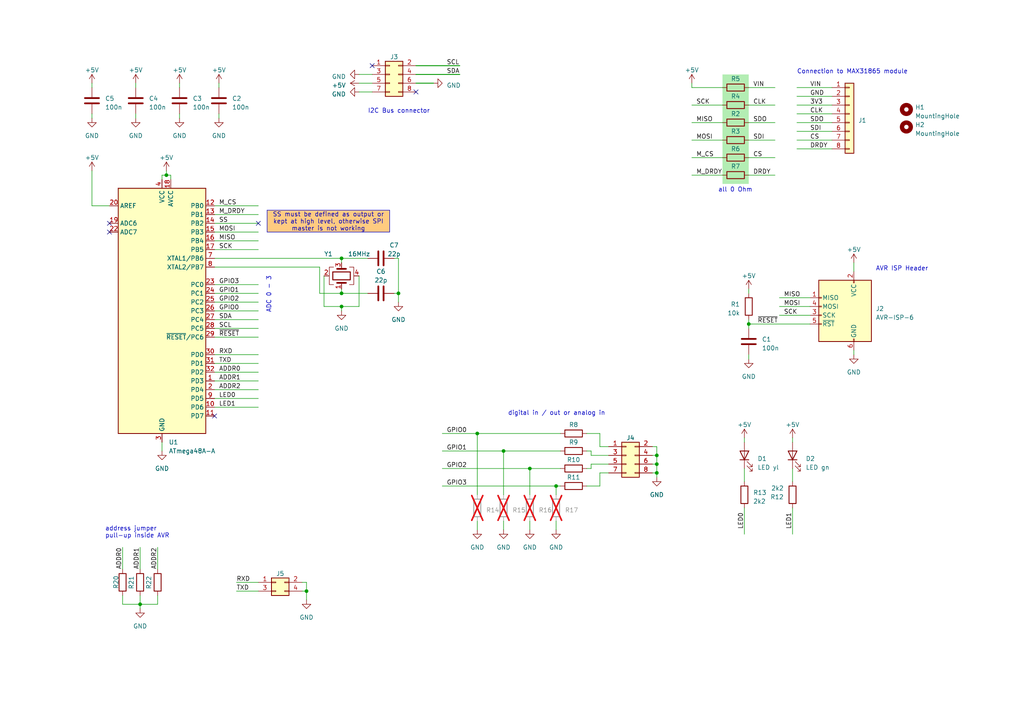
<source format=kicad_sch>
(kicad_sch (version 20230121) (generator eeschema)
  (paper "A4")
  (title_block (title "MAX31865 I2C bridge") (date "2023-02-07") (rev "1") (company "Jochi St") (comment 2 "in a I2C network") (comment 3 "I2C bridge to include the MAX31865") (comment 4 "AtMega 48  - AtMega 328 based"))
  (lib_symbols
    (symbol "Connector:AVR-ISP-6" (pin_names (offset 1.016))
      (property "Reference" "J" (at -6.35 11.43 0))
      (property "Value" "AVR-ISP-6" (at 0 11.43 0))
      (symbol "AVR-ISP-6_0_1"
        (rectangle (start -2.667 -6.858) (end -2.413 -7.62))
        (rectangle (start -2.667 10.16) (end -2.413 9.398))
        (rectangle (start 7.62 -2.413) (end 6.858 -2.667))
        (rectangle (start 7.62 0.127) (end 6.858 -0.127))
        (rectangle (start 7.62 2.667) (end 6.858 2.413))
        (rectangle (start 7.62 5.207) (end 6.858 4.953))
        (rectangle (start 7.62 10.16) (end -7.62 -7.62) (stroke (width 0.254)) (fill (type background)))
      )
      (symbol "AVR-ISP-6_1_1"
        (pin passive line (at 10.16 5.08 180) (length 2.54) (name "MISO") (number "1"))
        (pin passive line (at -2.54 12.7 270) (length 2.54) (name "VCC") (number "2"))
        (pin passive line (at 10.16 0 180) (length 2.54) (name "SCK") (number "3"))
        (pin passive line (at 10.16 2.54 180) (length 2.54) (name "MOSI") (number "4"))
        (pin passive line (at 10.16 -2.54 180) (length 2.54) (name "~{RST}") (number "5"))
        (pin passive line (at -2.54 -10.16 90) (length 2.54) (name "GND") (number "6"))
      )
    )
    (symbol "Connector_Generic:Conn_01x08" (pin_names (offset 1.016) hide)
      (property "Reference" "J" (at 0 10.16 0))
      (property "Value" "Conn_01x08" (at 0 -12.7 0))
      (symbol "Conn_01x08_1_1"
        (rectangle (start -1.27 -10.033) (end 0 -10.287) (stroke (width 0.1524)))
        (rectangle (start -1.27 -7.493) (end 0 -7.747) (stroke (width 0.1524)))
        (rectangle (start -1.27 -4.953) (end 0 -5.207) (stroke (width 0.1524)))
        (rectangle (start -1.27 -2.413) (end 0 -2.667) (stroke (width 0.1524)))
        (rectangle (start -1.27 0.127) (end 0 -0.127) (stroke (width 0.1524)))
        (rectangle (start -1.27 2.667) (end 0 2.413) (stroke (width 0.1524)))
        (rectangle (start -1.27 5.207) (end 0 4.953) (stroke (width 0.1524)))
        (rectangle (start -1.27 7.747) (end 0 7.493) (stroke (width 0.1524)))
        (rectangle (start -1.27 8.89) (end 1.27 -11.43) (stroke (width 0.254)) (fill (type background)))
        (pin passive line (at -5.08 7.62 0) (length 3.81) (name "Pin_1") (number "1"))
        (pin passive line (at -5.08 5.08 0) (length 3.81) (name "Pin_2") (number "2"))
        (pin passive line (at -5.08 2.54 0) (length 3.81) (name "Pin_3") (number "3"))
        (pin passive line (at -5.08 0 0) (length 3.81) (name "Pin_4") (number "4"))
        (pin passive line (at -5.08 -2.54 0) (length 3.81) (name "Pin_5") (number "5"))
        (pin passive line (at -5.08 -5.08 0) (length 3.81) (name "Pin_6") (number "6"))
        (pin passive line (at -5.08 -7.62 0) (length 3.81) (name "Pin_7") (number "7"))
        (pin passive line (at -5.08 -10.16 0) (length 3.81) (name "Pin_8") (number "8"))
      )
    )
    (symbol "Connector_Generic:Conn_02x02_Odd_Even" (pin_names (offset 1.016) hide)
      (property "Reference" "J" (at 1.27 2.54 0))
      (property "Value" "Conn_02x02_Odd_Even" (at 1.27 -5.08 0))
      (symbol "Conn_02x02_Odd_Even_1_1"
        (rectangle (start -1.27 -2.413) (end 0 -2.667) (stroke (width 0.1524)))
        (rectangle (start -1.27 0.127) (end 0 -0.127) (stroke (width 0.1524)))
        (rectangle (start -1.27 1.27) (end 3.81 -3.81) (stroke (width 0.254)) (fill (type background)))
        (rectangle (start 3.81 -2.413) (end 2.54 -2.667) (stroke (width 0.1524)))
        (rectangle (start 3.81 0.127) (end 2.54 -0.127) (stroke (width 0.1524)))
        (pin passive line (at -5.08 0 0) (length 3.81) (name "Pin_1") (number "1"))
        (pin passive line (at 7.62 0 180) (length 3.81) (name "Pin_2") (number "2"))
        (pin passive line (at -5.08 -2.54 0) (length 3.81) (name "Pin_3") (number "3"))
        (pin passive line (at 7.62 -2.54 180) (length 3.81) (name "Pin_4") (number "4"))
      )
    )
    (symbol "Connector_Generic:Conn_02x04_Odd_Even" (pin_names (offset 1.016) hide)
      (property "Reference" "J" (at 1.27 5.08 0))
      (property "Value" "Conn_02x04_Odd_Even" (at 1.27 -7.62 0))
      (symbol "Conn_02x04_Odd_Even_1_1"
        (rectangle (start -1.27 -4.953) (end 0 -5.207) (stroke (width 0.1524)))
        (rectangle (start -1.27 -2.413) (end 0 -2.667) (stroke (width 0.1524)))
        (rectangle (start -1.27 0.127) (end 0 -0.127) (stroke (width 0.1524)))
        (rectangle (start -1.27 2.667) (end 0 2.413) (stroke (width 0.1524)))
        (rectangle (start -1.27 3.81) (end 3.81 -6.35) (stroke (width 0.254)) (fill (type background)))
        (rectangle (start 3.81 -4.953) (end 2.54 -5.207) (stroke (width 0.1524)))
        (rectangle (start 3.81 -2.413) (end 2.54 -2.667) (stroke (width 0.1524)))
        (rectangle (start 3.81 0.127) (end 2.54 -0.127) (stroke (width 0.1524)))
        (rectangle (start 3.81 2.667) (end 2.54 2.413) (stroke (width 0.1524)))
        (pin passive line (at -5.08 2.54 0) (length 3.81) (name "Pin_1") (number "1"))
        (pin passive line (at 7.62 2.54 180) (length 3.81) (name "Pin_2") (number "2"))
        (pin passive line (at -5.08 0 0) (length 3.81) (name "Pin_3") (number "3"))
        (pin passive line (at 7.62 0 180) (length 3.81) (name "Pin_4") (number "4"))
        (pin passive line (at -5.08 -2.54 0) (length 3.81) (name "Pin_5") (number "5"))
        (pin passive line (at 7.62 -2.54 180) (length 3.81) (name "Pin_6") (number "6"))
        (pin passive line (at -5.08 -5.08 0) (length 3.81) (name "Pin_7") (number "7"))
        (pin passive line (at 7.62 -5.08 180) (length 3.81) (name "Pin_8") (number "8"))
      )
    )
    (symbol "Device:C" (pin_numbers hide) (pin_names (offset 0.254))
      (property "Reference" "C" (at 0.635 2.54 0))
      (property "Value" "C" (at 0.635 -2.54 0))
      (symbol "C_0_1"
        (polyline (pts (xy -2.032 -0.762) (xy 2.032 -0.762)) (stroke (width 0.508)))
        (polyline (pts (xy -2.032 0.762) (xy 2.032 0.762)) (stroke (width 0.508)))
      )
      (symbol "C_1_1"
        (pin passive line (at 0 3.81 270) (length 2.794) (name "~") (number "1"))
        (pin passive line (at 0 -3.81 90) (length 2.794) (name "~") (number "2"))
      )
    )
    (symbol "Device:Crystal_GND24" (pin_names (offset 1.016) hide)
      (property "Reference" "Y" (at 3.175 5.08 0))
      (property "Value" "Crystal_GND24" (at 3.175 3.175 0))
      (symbol "Crystal_GND24_0_1"
        (rectangle (start -1.143 2.54) (end 1.143 -2.54) (stroke (width 0.3048)))
        (polyline (pts (xy -2.54 0) (xy -2.032 0)))
        (polyline (pts (xy -2.032 -1.27) (xy -2.032 1.27)) (stroke (width 0.508)))
        (polyline (pts (xy 0 -3.81) (xy 0 -3.556)))
        (polyline (pts (xy 0 3.556) (xy 0 3.81)))
        (polyline (pts (xy 2.032 -1.27) (xy 2.032 1.27)) (stroke (width 0.508)))
        (polyline (pts (xy 2.032 0) (xy 2.54 0)))
        (polyline (pts (xy -2.54 -2.286) (xy -2.54 -3.556) (xy 2.54 -3.556) (xy 2.54 -2.286)))
        (polyline (pts (xy -2.54 2.286) (xy -2.54 3.556) (xy 2.54 3.556) (xy 2.54 2.286)))
      )
      (symbol "Crystal_GND24_1_1"
        (pin passive line (at -3.81 0 0) (length 1.27) (name "1") (number "1"))
        (pin passive line (at 0 5.08 270) (length 1.27) (name "2") (number "2"))
        (pin passive line (at 3.81 0 180) (length 1.27) (name "3") (number "3"))
        (pin passive line (at 0 -5.08 90) (length 1.27) (name "4") (number "4"))
      )
    )
    (symbol "Device:LED" (pin_numbers hide) (pin_names (offset 1.016) hide)
      (property "Reference" "D" (at 0 2.54 0))
      (property "Value" "LED" (at 0 -2.54 0))
      (symbol "LED_0_1"
        (polyline (pts (xy -1.27 -1.27) (xy -1.27 1.27)) (stroke (width 0.254)))
        (polyline (pts (xy -1.27 0) (xy 1.27 0)))
        (polyline (pts (xy 1.27 -1.27) (xy 1.27 1.27) (xy -1.27 0) (xy 1.27 -1.27)) (stroke (width 0.254)))
        (polyline (pts (xy -3.048 -0.762) (xy -4.572 -2.286) (xy -3.81 -2.286) (xy -4.572 -2.286) (xy -4.572 -1.524)))
        (polyline (pts (xy -1.778 -0.762) (xy -3.302 -2.286) (xy -2.54 -2.286) (xy -3.302 -2.286) (xy -3.302 -1.524)))
      )
      (symbol "LED_1_1"
        (pin passive line (at -3.81 0 0) (length 2.54) (name "K") (number "1"))
        (pin passive line (at 3.81 0 180) (length 2.54) (name "A") (number "2"))
      )
    )
    (symbol "Device:R" (pin_numbers hide) (pin_names (offset 0))
      (property "Reference" "R" (at 2.032 0 90))
      (property "Value" "R" (at 0 0 90))
      (symbol "R_0_1"
        (rectangle (start -1.016 -2.54) (end 1.016 2.54) (stroke (width 0.254)))
      )
      (symbol "R_1_1"
        (pin passive line (at 0 3.81 270) (length 1.27) (name "~") (number "1"))
        (pin passive line (at 0 -3.81 90) (length 1.27) (name "~") (number "2"))
      )
    )
    (symbol "MCU_Microchip_ATmega:ATmega48A-A"
      (property "Reference" "U" (at -12.7 36.83 0))
      (property "Value" "ATmega48A-A" (at 2.54 -36.83 0))
      (symbol "ATmega48A-A_0_1"
        (rectangle (start -12.7 -35.56) (end 12.7 35.56) (stroke (width 0.254)) (fill (type background)))
      )
      (symbol "ATmega48A-A_1_1"
        (pin bidirectional line (at 15.24 -20.32 180) (length 2.54) (name "PD3") (number "1"))
        (pin bidirectional line (at 15.24 -27.94 180) (length 2.54) (name "PD6") (number "10"))
        (pin bidirectional line (at 15.24 -30.48 180) (length 2.54) (name "PD7") (number "11"))
        (pin bidirectional line (at 15.24 30.48 180) (length 2.54) (name "PB0") (number "12"))
        (pin bidirectional line (at 15.24 27.94 180) (length 2.54) (name "PB1") (number "13"))
        (pin bidirectional line (at 15.24 25.4 180) (length 2.54) (name "PB2") (number "14"))
        (pin bidirectional line (at 15.24 22.86 180) (length 2.54) (name "PB3") (number "15"))
        (pin bidirectional line (at 15.24 20.32 180) (length 2.54) (name "PB4") (number "16"))
        (pin bidirectional line (at 15.24 17.78 180) (length 2.54) (name "PB5") (number "17"))
        (pin power_in line (at 2.54 38.1 270) (length 2.54) (name "AVCC") (number "18"))
        (pin input line (at -15.24 25.4 0) (length 2.54) (name "ADC6") (number "19"))
        (pin bidirectional line (at 15.24 -22.86 180) (length 2.54) (name "PD4") (number "2"))
        (pin passive line (at -15.24 30.48 0) (length 2.54) (name "AREF") (number "20"))
        (pin passive line (at 0 -38.1 90) (length 2.54) hide (name "GND") (number "21"))
        (pin input line (at -15.24 22.86 0) (length 2.54) (name "ADC7") (number "22"))
        (pin bidirectional line (at 15.24 7.62 180) (length 2.54) (name "PC0") (number "23"))
        (pin bidirectional line (at 15.24 5.08 180) (length 2.54) (name "PC1") (number "24"))
        (pin bidirectional line (at 15.24 2.54 180) (length 2.54) (name "PC2") (number "25"))
        (pin bidirectional line (at 15.24 0 180) (length 2.54) (name "PC3") (number "26"))
        (pin bidirectional line (at 15.24 -2.54 180) (length 2.54) (name "PC4") (number "27"))
        (pin bidirectional line (at 15.24 -5.08 180) (length 2.54) (name "PC5") (number "28"))
        (pin bidirectional line (at 15.24 -7.62 180) (length 2.54) (name "~{RESET}/PC6") (number "29"))
        (pin power_in line (at 0 -38.1 90) (length 2.54) (name "GND") (number "3"))
        (pin bidirectional line (at 15.24 -12.7 180) (length 2.54) (name "PD0") (number "30"))
        (pin bidirectional line (at 15.24 -15.24 180) (length 2.54) (name "PD1") (number "31"))
        (pin bidirectional line (at 15.24 -17.78 180) (length 2.54) (name "PD2") (number "32"))
        (pin power_in line (at 0 38.1 270) (length 2.54) (name "VCC") (number "4"))
        (pin passive line (at 0 -38.1 90) (length 2.54) hide (name "GND") (number "5"))
        (pin passive line (at 0 38.1 270) (length 2.54) hide (name "VCC") (number "6"))
        (pin bidirectional line (at 15.24 15.24 180) (length 2.54) (name "XTAL1/PB6") (number "7"))
        (pin bidirectional line (at 15.24 12.7 180) (length 2.54) (name "XTAL2/PB7") (number "8"))
        (pin bidirectional line (at 15.24 -25.4 180) (length 2.54) (name "PD5") (number "9"))
      )
    )
    (symbol "Mechanical:MountingHole" (pin_names (offset 1.016))
      (property "Reference" "H" (at 0 5.08 0))
      (property "Value" "MountingHole" (at 0 3.175 0))
      (symbol "MountingHole_0_1"
        (circle (center 0 0) (radius 1.27) (stroke (width 1.27)))
      )
    )
    (symbol "PCM_4ms_Power-symbol:GND" (power) (pin_names (offset 0))
      (property "Value" "GND" (at 0 -3.81 0))
      (symbol "GND_0_1"
        (polyline (pts (xy 0 0) (xy 0 -1.27) (xy 1.27 -1.27) (xy 0 -2.54) (xy -1.27 -1.27) (xy 0 -1.27)))
      )
      (symbol "GND_1_1"
        (pin power_in line (at 0 0 270) (length 0) hide (name "GND") (number "1"))
      )
    )
    (symbol "power:+5V" (power) (pin_names (offset 0))
      (property "Value" "+5V" (at 0 3.556 0))
      (symbol "+5V_0_1"
        (polyline (pts (xy -0.762 1.27) (xy 0 2.54)))
        (polyline (pts (xy 0 0) (xy 0 2.54)))
        (polyline (pts (xy 0 2.54) (xy 0.762 1.27)))
      )
      (symbol "+5V_1_1"
        (pin power_in line (at 0 0 90) (length 0) hide (name "+5V") (number "1"))
      )
    )
  )
  (junction (at 146.05 130.81))
  (junction (at 190.5 137.16))
  (junction (at 48.26 50.8))
  (junction (at 115.57 85.09))
  (junction (at 217.17 93.98))
  (junction (at 153.67 135.89))
  (junction (at 190.5 132.08))
  (junction (at 99.06 85.09))
  (junction (at 40.64 175.26))
  (junction (at 138.43 125.73))
  (junction (at 88.9 171.45))
  (junction (at 99.06 88.9))
  (junction (at 190.5 134.62))
  (junction (at 161.29 140.97))
  (junction (at 99.06 74.93))
  (no_connect (at 31.75 67.31))
  (no_connect (at 31.75 64.77))
  (no_connect (at 74.93 64.77))
  (no_connect (at 107.95 19.05))
  (no_connect (at 120.65 26.67))
  (no_connect (at 62.23 120.65))
  (wire (pts (xy 247.65 76.2) (xy 247.65 78.74)))
  (wire (pts (xy 35.56 175.26) (xy 40.64 175.26)))
  (wire (pts (xy 62.23 113.03) (xy 74.93 113.03)))
  (wire (pts (xy 215.9 147.32) (xy 215.9 154.94)))
  (wire (pts (xy 120.65 19.05) (xy 133.35 19.05)) (stroke (width 0.254)))
  (wire (pts (xy 62.23 59.69) (xy 74.93 59.69)))
  (wire (pts (xy 39.37 33.02) (xy 39.37 34.29)))
  (wire (pts (xy 231.14 40.64) (xy 241.3 40.64)))
  (wire (pts (xy 176.53 137.16) (xy 173.99 137.16)))
  (wire (pts (xy 26.67 24.13) (xy 26.67 25.4)))
  (wire (pts (xy 62.23 107.95) (xy 74.93 107.95)))
  (wire (pts (xy 217.17 102.87) (xy 217.17 104.14)))
  (wire (pts (xy 62.23 110.49) (xy 74.93 110.49)))
  (wire (pts (xy 176.53 132.08) (xy 171.45 132.08)))
  (wire (pts (xy 104.14 26.67) (xy 107.95 26.67)))
  (wire (pts (xy 200.66 50.8) (xy 209.55 50.8)))
  (wire (pts (xy 92.71 77.47) (xy 62.23 77.47)))
  (wire (pts (xy 231.14 43.18) (xy 241.3 43.18)))
  (wire (pts (xy 48.26 50.8) (xy 49.53 50.8)))
  (wire (pts (xy 115.57 85.09) (xy 115.57 87.63)))
  (wire (pts (xy 99.06 88.9) (xy 93.98 88.9)))
  (wire (pts (xy 62.23 95.25) (xy 74.93 95.25)))
  (wire (pts (xy 200.66 25.4) (xy 209.55 25.4)))
  (wire (pts (xy 171.45 130.81) (xy 170.18 130.81)))
  (wire (pts (xy 128.27 140.97) (xy 161.29 140.97)))
  (wire (pts (xy 217.17 40.64) (xy 224.79 40.64)))
  (wire (pts (xy 68.58 168.91) (xy 74.93 168.91)))
  (wire (pts (xy 247.65 101.6) (xy 247.65 102.87)))
  (wire (pts (xy 62.23 74.93) (xy 99.06 74.93)))
  (wire (pts (xy 173.99 129.54) (xy 173.99 125.73)))
  (wire (pts (xy 161.29 140.97) (xy 162.56 140.97)))
  (wire (pts (xy 200.66 40.64) (xy 209.55 40.64)))
  (wire (pts (xy 200.66 30.48) (xy 209.55 30.48)))
  (wire (pts (xy 170.18 135.89) (xy 171.45 135.89)))
  (wire (pts (xy 31.75 59.69) (xy 26.67 59.69)))
  (wire (pts (xy 104.14 24.13) (xy 107.95 24.13)))
  (wire (pts (xy 35.56 172.72) (xy 35.56 175.26)))
  (wire (pts (xy 114.3 74.93) (xy 115.57 74.93)))
  (wire (pts (xy 146.05 130.81) (xy 146.05 143.51)))
  (wire (pts (xy 114.3 85.09) (xy 115.57 85.09)))
  (wire (pts (xy 68.58 171.45) (xy 74.93 171.45)))
  (wire (pts (xy 104.14 21.59) (xy 107.95 21.59)))
  (wire (pts (xy 215.9 135.89) (xy 215.9 139.7)))
  (wire (pts (xy 46.99 52.07) (xy 46.99 50.8)))
  (wire (pts (xy 217.17 45.72) (xy 224.79 45.72)))
  (wire (pts (xy 229.87 135.89) (xy 229.87 139.7)))
  (wire (pts (xy 62.23 90.17) (xy 74.93 90.17)))
  (wire (pts (xy 93.98 88.9) (xy 93.98 80.01)))
  (wire (pts (xy 40.64 175.26) (xy 40.64 176.53)))
  (wire (pts (xy 52.07 24.13) (xy 52.07 25.4)))
  (wire (pts (xy 229.87 147.32) (xy 229.87 154.94)))
  (wire (pts (xy 146.05 151.13) (xy 146.05 153.67)))
  (wire (pts (xy 63.5 24.13) (xy 63.5 25.4)))
  (wire (pts (xy 62.23 67.31) (xy 74.93 67.31)))
  (wire (pts (xy 63.5 33.02) (xy 63.5 34.29)))
  (wire (pts (xy 217.17 50.8) (xy 224.79 50.8)))
  (wire (pts (xy 26.67 59.69) (xy 26.67 49.53)))
  (wire (pts (xy 62.23 64.77) (xy 74.93 64.77)))
  (wire (pts (xy 87.63 168.91) (xy 88.9 168.91)))
  (wire (pts (xy 92.71 77.47) (xy 92.71 85.09)))
  (wire (pts (xy 26.67 33.02) (xy 26.67 34.29)))
  (wire (pts (xy 62.23 97.79) (xy 74.93 97.79)))
  (wire (pts (xy 231.14 35.56) (xy 241.3 35.56)))
  (wire (pts (xy 217.17 92.71) (xy 217.17 93.98)))
  (wire (pts (xy 161.29 140.97) (xy 161.29 143.51)))
  (wire (pts (xy 217.17 93.98) (xy 234.95 93.98)))
  (wire (pts (xy 88.9 168.91) (xy 88.9 171.45)))
  (wire (pts (xy 146.05 130.81) (xy 162.56 130.81)))
  (wire (pts (xy 120.65 24.13) (xy 125.73 24.13)) (stroke (width 0.254)))
  (wire (pts (xy 99.06 85.09) (xy 106.68 85.09)))
  (wire (pts (xy 226.06 88.9) (xy 234.95 88.9)))
  (wire (pts (xy 217.17 93.98) (xy 217.17 95.25)))
  (wire (pts (xy 153.67 135.89) (xy 153.67 143.51)))
  (wire (pts (xy 200.66 24.13) (xy 200.66 25.4)))
  (wire (pts (xy 138.43 125.73) (xy 162.56 125.73)))
  (wire (pts (xy 153.67 151.13) (xy 153.67 153.67)))
  (wire (pts (xy 45.72 158.75) (xy 45.72 165.1)))
  (wire (pts (xy 200.66 45.72) (xy 209.55 45.72)))
  (wire (pts (xy 189.23 132.08) (xy 190.5 132.08)))
  (wire (pts (xy 171.45 132.08) (xy 171.45 130.81)))
  (wire (pts (xy 173.99 129.54) (xy 176.53 129.54)))
  (wire (pts (xy 40.64 172.72) (xy 40.64 175.26)))
  (wire (pts (xy 161.29 151.13) (xy 161.29 153.67)))
  (wire (pts (xy 62.23 69.85) (xy 74.93 69.85)))
  (wire (pts (xy 217.17 30.48) (xy 224.79 30.48)))
  (wire (pts (xy 217.17 35.56) (xy 224.79 35.56)))
  (wire (pts (xy 190.5 137.16) (xy 189.23 137.16)))
  (wire (pts (xy 39.37 24.13) (xy 39.37 25.4)))
  (wire (pts (xy 99.06 76.2) (xy 99.06 74.93)))
  (wire (pts (xy 189.23 134.62) (xy 190.5 134.62)))
  (wire (pts (xy 128.27 130.81) (xy 146.05 130.81)))
  (wire (pts (xy 62.23 92.71) (xy 74.93 92.71)))
  (wire (pts (xy 226.06 91.44) (xy 234.95 91.44)))
  (wire (pts (xy 173.99 125.73) (xy 170.18 125.73)))
  (wire (pts (xy 52.07 33.02) (xy 52.07 34.29)))
  (wire (pts (xy 189.23 129.54) (xy 190.5 129.54)))
  (wire (pts (xy 88.9 171.45) (xy 88.9 173.99)))
  (wire (pts (xy 62.23 87.63) (xy 74.93 87.63)))
  (wire (pts (xy 190.5 137.16) (xy 190.5 138.43)))
  (wire (pts (xy 229.87 127) (xy 229.87 128.27)))
  (wire (pts (xy 40.64 175.26) (xy 45.72 175.26)))
  (wire (pts (xy 99.06 83.82) (xy 99.06 85.09)))
  (wire (pts (xy 190.5 134.62) (xy 190.5 137.16)))
  (wire (pts (xy 138.43 125.73) (xy 138.43 143.51)))
  (wire (pts (xy 128.27 125.73) (xy 138.43 125.73)))
  (wire (pts (xy 62.23 105.41) (xy 74.93 105.41)))
  (wire (pts (xy 49.53 50.8) (xy 49.53 52.07)))
  (wire (pts (xy 87.63 171.45) (xy 88.9 171.45)))
  (wire (pts (xy 62.23 72.39) (xy 74.93 72.39)))
  (wire (pts (xy 231.14 38.1) (xy 241.3 38.1)))
  (wire (pts (xy 173.99 137.16) (xy 173.99 140.97)))
  (wire (pts (xy 104.14 88.9) (xy 99.06 88.9)))
  (wire (pts (xy 62.23 118.11) (xy 74.93 118.11)))
  (wire (pts (xy 171.45 135.89) (xy 171.45 134.62)))
  (wire (pts (xy 46.99 50.8) (xy 48.26 50.8)))
  (wire (pts (xy 62.23 102.87) (xy 74.93 102.87)))
  (wire (pts (xy 217.17 25.4) (xy 224.79 25.4)))
  (wire (pts (xy 215.9 127) (xy 215.9 128.27)))
  (wire (pts (xy 35.56 158.75) (xy 35.56 165.1)))
  (wire (pts (xy 92.71 85.09) (xy 99.06 85.09)))
  (wire (pts (xy 120.65 21.59) (xy 133.35 21.59)) (stroke (width 0.254)))
  (wire (pts (xy 231.14 30.48) (xy 241.3 30.48)))
  (wire (pts (xy 226.06 86.36) (xy 234.95 86.36)))
  (wire (pts (xy 217.17 83.82) (xy 217.17 85.09)))
  (wire (pts (xy 99.06 88.9) (xy 99.06 90.17)))
  (wire (pts (xy 231.14 25.4) (xy 241.3 25.4)))
  (wire (pts (xy 40.64 158.75) (xy 40.64 165.1)))
  (wire (pts (xy 48.26 49.53) (xy 48.26 50.8)))
  (wire (pts (xy 62.23 85.09) (xy 74.93 85.09)))
  (wire (pts (xy 128.27 135.89) (xy 153.67 135.89)))
  (wire (pts (xy 62.23 82.55) (xy 74.93 82.55)))
  (wire (pts (xy 46.99 128.27) (xy 46.99 130.81)))
  (wire (pts (xy 153.67 135.89) (xy 162.56 135.89)))
  (wire (pts (xy 62.23 115.57) (xy 74.93 115.57)))
  (wire (pts (xy 200.66 35.56) (xy 209.55 35.56)))
  (wire (pts (xy 171.45 134.62) (xy 176.53 134.62)))
  (wire (pts (xy 190.5 129.54) (xy 190.5 132.08)))
  (wire (pts (xy 115.57 74.93) (xy 115.57 85.09)))
  (wire (pts (xy 190.5 132.08) (xy 190.5 134.62)))
  (wire (pts (xy 62.23 62.23) (xy 74.93 62.23)))
  (wire (pts (xy 231.14 33.02) (xy 241.3 33.02)))
  (wire (pts (xy 104.14 80.01) (xy 104.14 88.9)))
  (wire (pts (xy 45.72 172.72) (xy 45.72 175.26)))
  (wire (pts (xy 173.99 140.97) (xy 170.18 140.97)))
  (wire (pts (xy 138.43 151.13) (xy 138.43 153.67)))
  (wire (pts (xy 231.14 27.94) (xy 241.3 27.94)))
  (wire (pts (xy 99.06 74.93) (xy 106.68 74.93)))
  (rectangle (start 209.55 21.59) (end 217.17 53.34) (stroke (width -0.0001)) (fill (type color) (color 0 194 0 0.3)))
  (text_box "SS must be defined as output or kept at high level, otherwise SPI master is not working" (at 77.47 60.96 0) (size 35.56 6.35) (fill (type color) (color 255 153 0 0.5)) (effects (font (size 1.27 1.27))))
  (text "ADC 0 - 3" (at 78.74 90.805 90) (effects (font (size 1.27 1.27)) (justify left bottom)))
  (text "AVR ISP Header" (at 254 78.74 0) (effects (font (size 1.27 1.27)) (justify left bottom)))
  (text "Connection to MAX31865 module" (at 231.14 21.59 0) (effects (font (size 1.27 1.27)) (justify left bottom)))
  (text "digital in / out or analog in" (at 147.32 120.65 0) (effects (font (size 1.27 1.27)) (justify left bottom)))
  (text "address jumper\npull-up inside AVR" (at 30.48 156.21 0) (effects (font (size 1.27 1.27)) (justify left bottom)))
  (text "I2C Bus connector" (at 106.68 33.02 0) (effects (font (size 1.27 1.27)) (justify left bottom)))
  (text "all 0 Ohm" (at 208.28 55.88 0) (effects (font (size 1.27 1.27)) (justify left bottom)))
  (label "SCK" (at 227.33 91.44 0))
  (label "RXD" (at 68.58 168.91 0))
  (label "GPIO3" (at 63.5 82.55 0))
  (label "ADDR0" (at 35.56 165.1 90))
  (label "M_CS" (at 63.5 59.69 0))
  (label "SCK" (at 201.93 30.48 0))
  (label "SDI" (at 234.95 38.1 0))
  (label "GPIO3" (at 129.54 140.97 0))
  (label "CS" (at 218.44 45.72 0))
  (label "SDO" (at 234.95 35.56 0))
  (label "ADDR2" (at 63.5 113.03 0))
  (label "~{RESET}" (at 219.71 93.98 0))
  (label "CS" (at 234.95 40.64 0))
  (label "SDO" (at 218.44 35.56 0))
  (label "SS" (at 63.5 64.77 0))
  (label "DRDY" (at 234.95 43.18 0))
  (label "GPIO0" (at 63.5 90.17 0))
  (label "SCL" (at 129.54 19.05 0))
  (label "MISO" (at 227.33 86.36 0))
  (label "MOSI" (at 63.5 67.31 0))
  (label "DRDY" (at 218.44 50.8 0))
  (label "GPIO2" (at 129.54 135.89 0))
  (label "~{RESET}" (at 63.5 97.79 0))
  (label "VIN" (at 234.95 25.4 0))
  (label "M_DRDY" (at 201.93 50.8 0))
  (label "CLK" (at 234.95 33.02 0))
  (label "GND" (at 234.95 27.94 0))
  (label "SDA" (at 129.54 21.59 0))
  (label "SCL" (at 63.5 95.25 0))
  (label "SDA" (at 63.5 92.71 0))
  (label "MOSI" (at 201.93 40.64 0))
  (label "ADDR0" (at 63.5 107.95 0))
  (label "GPIO0" (at 129.54 125.73 0))
  (label "ADDR2" (at 45.72 165.1 90))
  (label "LED1" (at 63.5 118.11 0))
  (label "CLK" (at 218.44 30.48 0))
  (label "GPIO2" (at 63.5 87.63 0))
  (label "GPIO1" (at 63.5 85.09 0))
  (label "MISO" (at 63.5 69.85 0))
  (label "TXD" (at 63.5 105.41 0))
  (label "GPIO1" (at 129.54 130.81 0))
  (label "VIN" (at 218.44 25.4 0))
  (label "3V3" (at 234.95 30.48 0))
  (label "TXD" (at 68.58 171.45 0))
  (label "ADDR1" (at 63.5 110.49 0))
  (label "LED0" (at 63.5 115.57 0))
  (label "LED1" (at 229.87 148.59 270))
  (label "SDI" (at 218.44 40.64 0))
  (label "MISO" (at 201.93 35.56 0))
  (label "M_CS" (at 201.93 45.72 0))
  (label "SCK" (at 63.5 72.39 0))
  (label "M_DRDY" (at 63.5 62.23 0))
  (label "ADDR1" (at 40.64 165.1 90))
  (label "LED0" (at 215.9 148.59 270))
  (label "RXD" (at 63.5 102.87 0))
  (label "MOSI" (at 227.33 88.9 0))
  (symbol (lib_id "power:+5V") (at 215.9 127 0) (unit 1)
    (property "Reference" "#PWR024" (effects hide))
    (property "Value" "+5V" (at 215.9 123.19 0))
  )
  (symbol (lib_id "PCM_4ms_Power-symbol:GND") (at 40.64 176.53 0) (unit 1)
    (property "Reference" "#PWR031" (effects hide))
    (property "Value" "GND" (at 40.64 181.61 0))
  )
  (symbol (lib_id "Device:R") (at 215.9 143.51 0) (unit 1)
    (property "Reference" "R13" (at 218.44 142.875 0) (effects (justify left)))
    (property "Value" "2k2" (at 218.44 145.415 0) (effects (justify left)))
    (property "Footprint" "Resistor_SMD:R_0603_1608Metric" (effects hide))
  )
  (symbol (lib_id "Device:R") (at 40.64 168.91 0) (unit 1)
    (property "Reference" "R21" (at 38.1 167.005 90) (effects (justify right)))
    (property "Footprint" "Resistor_SMD:R_0603_1608Metric" (effects hide))
  )
  (symbol (lib_id "Device:LED") (at 229.87 132.08 90) (unit 1)
    (property "Reference" "D2" (at 233.68 133.0325 90) (effects (justify right)))
    (property "Value" "LED gn" (at 233.68 135.5725 90) (effects (justify right)))
    (property "Footprint" "LED_SMD:LED_0603_1608Metric" (effects hide))
  )
  (symbol (lib_id "PCM_4ms_Power-symbol:GND") (at 138.43 153.67 0) (unit 1)
    (property "Reference" "#PWR026" (effects hide))
    (property "Value" "GND" (at 138.43 158.75 0))
  )
  (symbol (lib_id "PCM_4ms_Power-symbol:GND") (at 39.37 34.29 0) (unit 1)
    (property "Reference" "#PWR018" (effects hide))
    (property "Value" "GND" (at 39.37 39.37 0))
  )
  (symbol (lib_id "PCM_4ms_Power-symbol:GND") (at 115.57 87.63 0) (unit 1)
    (property "Reference" "#PWR022" (effects hide))
    (property "Value" "GND" (at 115.57 92.71 0))
  )
  (symbol (lib_id "power:+5V") (at 229.87 127 0) (unit 1)
    (property "Reference" "#PWR025" (effects hide))
    (property "Value" "+5V" (at 229.87 123.19 0))
  )
  (symbol (lib_id "Connector_Generic:Conn_02x04_Odd_Even") (at 113.03 21.59 0) (unit 1)
    (property "Reference" "J3" (at 114.3 16.51 0))
    (property "Value" "Conn_02x04_Odd_Even" (effects hide))
    (property "Footprint" "PinHeaderEdgeMount:PinHeader_2x04_P2.54mm_Edge" (effects hide))
  )
  (symbol (lib_id "Device:R") (at 213.36 40.64 90) (unit 1)
    (property "Reference" "R3" (at 213.36 38.1 90))
    (property "Value" "0" (effects hide))
    (property "Footprint" "Resistor_SMD:R_0603_1608Metric" (effects hide))
  )
  (symbol (lib_id "power:+5V") (at 26.67 24.13 0) (unit 1)
    (property "Reference" "#PWR019" (effects hide))
    (property "Value" "+5V" (at 26.67 20.32 0))
  )
  (symbol (lib_id "Mechanical:MountingHole") (at 262.89 31.75 0) (unit 1)
    (property "Reference" "H1" (at 265.43 31.115 0) (effects (justify left)))
    (property "Value" "MountingHole" (at 265.43 33.655 0) (effects (justify left)))
    (property "Footprint" "MountingHole:MountingHole_2.7mm" (effects hide))
  )
  (symbol (lib_id "power:+5V") (at 104.14 24.13 90) (unit 1)
    (property "Reference" "#PWR032" (effects hide))
    (property "Value" "+5V" (at 100.33 24.765 90) (effects (justify left)))
  )
  (symbol (lib_id "Device:R") (at 166.37 135.89 90) (unit 1)
    (property "Reference" "R10" (at 166.37 133.35 90))
    (property "Value" "0" (effects hide))
    (property "Footprint" "Resistor_SMD:R_0603_1608Metric" (effects hide))
  )
  (symbol (lib_id "MCU_Microchip_ATmega:ATmega48A-A") (at 46.99 90.17 0) (unit 1)
    (property "Reference" "U1" (at 48.9459 128.27 0) (effects (justify left)))
    (property "Value" "ATmega48A-A" (at 48.9459 130.81 0) (effects (justify left)))
    (property "Footprint" "Package_QFP:TQFP-32_7x7mm_P0.8mm" (effects hide))
    (property "Datasheet" "http://ww1.microchip.com/downloads/en/DeviceDoc/ATmega48A_88A_168A-Data-Sheet-40002007A.pdf" (effects hide))
  )
  (symbol (lib_id "PCM_4ms_Power-symbol:GND") (at 104.14 26.67 270) (unit 1)
    (property "Reference" "#PWR010" (effects hide))
    (property "Value" "GND" (at 100.33 27.305 90) (effects (justify right)))
  )
  (symbol (lib_id "PCM_4ms_Power-symbol:GND") (at 63.5 34.29 0) (unit 1)
    (property "Reference" "#PWR08" (effects hide))
    (property "Value" "GND" (at 63.5 39.37 0))
  )
  (symbol (lib_id "Mechanical:MountingHole") (at 262.89 36.83 0) (unit 1)
    (property "Reference" "H2" (at 265.43 36.195 0) (effects (justify left)))
    (property "Value" "MountingHole" (at 265.43 38.735 0) (effects (justify left)))
    (property "Footprint" "MountingHole:MountingHole_2.7mm" (effects hide))
  )
  (symbol (lib_id "power:+5V") (at 39.37 24.13 0) (unit 1)
    (property "Reference" "#PWR017" (effects hide))
    (property "Value" "+5V" (at 39.37 20.32 0))
  )
  (symbol (lib_id "PCM_4ms_Power-symbol:GND") (at 247.65 102.87 0) (unit 1)
    (property "Reference" "#PWR05" (effects hide))
    (property "Value" "GND" (at 247.65 107.95 0))
  )
  (symbol (lib_id "Device:R") (at 213.36 50.8 90) (unit 1)
    (property "Reference" "R7" (at 213.36 48.26 90))
    (property "Value" "0" (effects hide))
    (property "Footprint" "Resistor_SMD:R_0603_1608Metric" (effects hide))
  )
  (symbol (lib_id "PCM_4ms_Power-symbol:GND") (at 217.17 104.14 0) (unit 1)
    (property "Reference" "#PWR07" (effects hide))
    (property "Value" "GND" (at 217.17 109.22 0))
  )
  (symbol (lib_id "PCM_4ms_Power-symbol:GND") (at 161.29 153.67 0) (unit 1)
    (property "Reference" "#PWR029" (effects hide))
    (property "Value" "GND" (at 161.29 158.75 0))
  )
  (symbol (lib_id "power:+5V") (at 247.65 76.2 0) (unit 1)
    (property "Reference" "#PWR04" (effects hide))
    (property "Value" "+5V" (at 247.65 72.39 0))
  )
  (symbol (lib_id "Device:R") (at 213.36 30.48 90) (unit 1)
    (property "Reference" "R4" (at 213.36 27.94 90))
    (property "Value" "0" (effects hide))
    (property "Footprint" "Resistor_SMD:R_0603_1608Metric" (effects hide))
  )
  (symbol (lib_id "Device:LED") (at 215.9 132.08 90) (unit 1)
    (property "Reference" "D1" (at 219.71 133.0325 90) (effects (justify right)))
    (property "Value" "LED yl" (at 219.71 135.5725 90) (effects (justify right)))
    (property "Footprint" "LED_SMD:LED_0603_1608Metric" (effects hide))
  )
  (symbol (lib_id "Device:R") (at 166.37 125.73 90) (unit 1)
    (property "Reference" "R8" (at 166.37 123.19 90))
    (property "Value" "0" (effects hide))
    (property "Footprint" "Resistor_SMD:R_0603_1608Metric" (effects hide))
  )
  (symbol (lib_id "Connector_Generic:Conn_02x02_Odd_Even") (at 80.01 168.91 0) (unit 1)
    (property "Reference" "J5" (at 81.28 166.37 0))
    (property "Value" "Conn_02x02_Odd_Even" (effects hide))
    (property "Footprint" "PinHeaderEdgeMount:PinHeader_2x02_P2.54mm_Edge" (effects hide))
  )
  (symbol (lib_id "power:+5V") (at 217.17 83.82 0) (unit 1)
    (property "Reference" "#PWR06" (effects hide))
    (property "Value" "+5V" (at 217.17 80.01 0))
  )
  (symbol (lib_id "PCM_4ms_Power-symbol:GND") (at 104.14 21.59 270) (unit 1)
    (property "Reference" "#PWR09" (effects hide))
    (property "Value" "GND" (at 100.33 22.225 90) (effects (justify right)))
  )
  (symbol (lib_id "Device:R") (at 213.36 25.4 90) (unit 1)
    (property "Reference" "R5" (at 213.36 22.86 90))
    (property "Value" "0" (effects hide))
    (property "Footprint" "Resistor_SMD:R_0603_1608Metric" (effects hide))
  )
  (symbol (lib_id "Device:C") (at 217.17 99.06 0) (unit 1)
    (property "Reference" "C1" (at 220.98 98.425 0) (effects (justify left)))
    (property "Value" "100n" (at 220.98 100.965 0) (effects (justify left)))
    (property "Footprint" "Capacitor_SMD:C_0603_1608Metric" (effects hide))
  )
  (symbol (lib_id "PCM_4ms_Power-symbol:GND") (at 146.05 153.67 0) (unit 1)
    (property "Reference" "#PWR027" (effects hide))
    (property "Value" "GND" (at 146.05 158.75 0))
  )
  (symbol (lib_id "power:+5V") (at 26.67 49.53 0) (unit 1)
    (property "Reference" "#PWR03" (effects hide))
    (property "Value" "+5V" (at 26.67 45.72 0))
  )
  (symbol (lib_id "Device:C") (at 110.49 85.09 90) (unit 1)
    (property "Reference" "C6" (at 110.49 78.74 90))
    (property "Value" "22p" (at 110.49 81.28 90))
    (property "Footprint" "Capacitor_SMD:C_0603_1608Metric" (effects hide))
  )
  (symbol (lib_id "PCM_4ms_Power-symbol:GND") (at 52.07 34.29 0) (unit 1)
    (property "Reference" "#PWR016" (effects hide))
    (property "Value" "GND" (at 52.07 39.37 0))
  )
  (symbol (lib_id "PCM_4ms_Power-symbol:GND") (at 99.06 90.17 0) (unit 1)
    (property "Reference" "#PWR014" (effects hide))
    (property "Value" "GND" (at 99.06 95.25 0))
  )
  (symbol (lib_id "PCM_4ms_Power-symbol:GND") (at 26.67 34.29 0) (unit 1)
    (property "Reference" "#PWR020" (effects hide))
    (property "Value" "GND" (at 26.67 39.37 0))
  )
  (symbol (lib_id "PCM_4ms_Power-symbol:GND") (at 46.99 130.81 0) (unit 1)
    (property "Reference" "#PWR01" (effects hide))
    (property "Value" "GND" (at 46.99 135.89 0))
  )
  (symbol (lib_id "PCM_4ms_Power-symbol:GND") (at 125.73 24.13 90) (unit 1)
    (property "Reference" "#PWR012" (effects hide))
    (property "Value" "GND" (at 129.54 24.765 90) (effects (justify right)))
  )
  (symbol (lib_id "Device:R") (at 153.67 147.32 180) (unit 1) (dnp yes)
    (property "Reference" "R16" (at 156.21 147.955 0) (effects (justify right)))
    (property "Footprint" "Resistor_SMD:R_0603_1608Metric" (effects hide))
  )
  (symbol (lib_id "Device:R") (at 217.17 88.9 0) (unit 1)
    (property "Reference" "R1" (at 214.63 88.265 0) (effects (justify right)))
    (property "Value" "10k" (at 214.63 90.805 0) (effects (justify right)))
    (property "Footprint" "Resistor_SMD:R_0603_1608Metric" (effects hide))
  )
  (symbol (lib_id "Device:R") (at 213.36 35.56 90) (unit 1)
    (property "Reference" "R2" (at 213.36 33.02 90))
    (property "Value" "0" (effects hide))
    (property "Footprint" "Resistor_SMD:R_0603_1608Metric" (effects hide))
  )
  (symbol (lib_id "Device:R") (at 166.37 140.97 90) (unit 1)
    (property "Reference" "R11" (at 166.37 138.43 90))
    (property "Value" "0" (effects hide))
    (property "Footprint" "Resistor_SMD:R_0603_1608Metric" (effects hide))
  )
  (symbol (lib_id "Device:C") (at 26.67 29.21 0) (unit 1)
    (property "Reference" "C5" (at 30.48 28.575 0) (effects (justify left)))
    (property "Value" "100n" (at 30.48 31.115 0) (effects (justify left)))
    (property "Footprint" "Capacitor_SMD:C_0603_1608Metric" (effects hide))
  )
  (symbol (lib_id "power:+5V") (at 200.66 24.13 0) (unit 1)
    (property "Reference" "#PWR021" (effects hide))
    (property "Value" "+5V" (at 200.66 20.32 0))
  )
  (symbol (lib_id "Device:R") (at 166.37 130.81 90) (unit 1)
    (property "Reference" "R9" (at 166.37 128.27 90))
    (property "Value" "0" (effects hide))
    (property "Footprint" "Resistor_SMD:R_0603_1608Metric" (effects hide))
  )
  (symbol (lib_id "Device:R") (at 138.43 147.32 180) (unit 1) (dnp yes)
    (property "Reference" "R14" (at 140.97 147.955 0) (effects (justify right)))
    (property "Footprint" "Resistor_SMD:R_0603_1608Metric" (effects hide))
  )
  (symbol (lib_id "PCM_4ms_Power-symbol:GND") (at 153.67 153.67 0) (unit 1)
    (property "Reference" "#PWR028" (effects hide))
    (property "Value" "GND" (at 153.67 158.75 0))
  )
  (symbol (lib_id "Device:C") (at 52.07 29.21 0) (unit 1)
    (property "Reference" "C3" (at 55.88 28.575 0) (effects (justify left)))
    (property "Value" "100n" (at 55.88 31.115 0) (effects (justify left)))
    (property "Footprint" "Capacitor_SMD:C_0603_1608Metric" (effects hide))
  )
  (symbol (lib_id "power:+5V") (at 63.5 24.13 0) (unit 1)
    (property "Reference" "#PWR013" (effects hide))
    (property "Value" "+5V" (at 63.5 20.32 0))
  )
  (symbol (lib_id "Device:R") (at 229.87 143.51 0) (unit 1)
    (property "Reference" "R12" (at 227.33 144.145 0) (effects (justify right)))
    (property "Value" "2k2" (at 227.33 141.605 0) (effects (justify right)))
    (property "Footprint" "Resistor_SMD:R_0603_1608Metric" (effects hide))
  )
  (symbol (lib_id "Device:R") (at 213.36 45.72 90) (unit 1)
    (property "Reference" "R6" (at 213.36 43.18 90))
    (property "Value" "0" (effects hide))
    (property "Footprint" "Resistor_SMD:R_0603_1608Metric" (effects hide))
  )
  (symbol (lib_id "Connector_Generic:Conn_02x04_Odd_Even") (at 181.61 132.08 0) (unit 1)
    (property "Reference" "J4" (at 182.88 127 0))
    (property "Value" "Conn_02x04_Odd_Even" (effects hide))
    (property "Footprint" "PinHeaderEdgeMount:PinHeader_2x04_P2.54mm_Edge" (effects hide))
  )
  (symbol (lib_id "Device:R") (at 161.29 147.32 180) (unit 1) (dnp yes)
    (property "Reference" "R17" (at 163.83 147.955 0) (effects (justify right)))
    (property "Footprint" "Resistor_SMD:R_0603_1608Metric" (effects hide))
  )
  (symbol (lib_id "PCM_4ms_Power-symbol:GND") (at 190.5 138.43 0) (unit 1)
    (property "Reference" "#PWR023" (effects hide))
    (property "Value" "GND" (at 190.5 143.51 0))
  )
  (symbol (lib_id "Device:C") (at 39.37 29.21 0) (unit 1)
    (property "Reference" "C4" (at 43.18 28.575 0) (effects (justify left)))
    (property "Value" "100n" (at 43.18 31.115 0) (effects (justify left)))
    (property "Footprint" "Capacitor_SMD:C_0603_1608Metric" (effects hide))
  )
  (symbol (lib_id "Device:R") (at 45.72 168.91 0) (unit 1)
    (property "Reference" "R22" (at 43.18 167.005 90) (effects (justify right)))
    (property "Footprint" "Resistor_SMD:R_0603_1608Metric" (effects hide))
  )
  (symbol (lib_id "power:+5V") (at 52.07 24.13 0) (unit 1)
    (property "Reference" "#PWR015" (effects hide))
    (property "Value" "+5V" (at 52.07 20.32 0))
  )
  (symbol (lib_id "Device:C") (at 63.5 29.21 0) (unit 1)
    (property "Reference" "C2" (at 67.31 28.575 0) (effects (justify left)))
    (property "Value" "100n" (at 67.31 31.115 0) (effects (justify left)))
    (property "Footprint" "Capacitor_SMD:C_0603_1608Metric" (effects hide))
  )
  (symbol (lib_id "Device:R") (at 146.05 147.32 180) (unit 1) (dnp yes)
    (property "Reference" "R15" (at 148.59 147.955 0) (effects (justify right)))
    (property "Footprint" "Resistor_SMD:R_0603_1608Metric" (effects hide))
  )
  (symbol (lib_id "Connector:AVR-ISP-6") (at 245.11 91.44 0) (mirror y) (unit 1)
    (property "Reference" "J2" (at 254 89.535 0) (effects (justify right)))
    (property "Value" "AVR-ISP-6" (at 254 92.075 0) (effects (justify right)))
    (property "Footprint" "PinHeaderEdgeMount:PinHeader_2x03_P2.54mm_Edge" (effects hide))
    (property "Datasheet" " ~" (effects hide))
  )
  (symbol (lib_id "power:+5V") (at 48.26 49.53 0) (unit 1)
    (property "Reference" "#PWR02" (effects hide))
    (property "Value" "+5V" (at 48.26 45.72 0))
  )
  (symbol (lib_id "Device:Crystal_GND24") (at 99.06 80.01 90) (unit 1)
    (property "Reference" "Y1" (at 95.25 73.66 90))
    (property "Value" "16MHz" (at 104.14 73.66 90))
    (property "Footprint" "Crystal:Crystal_SMD_EuroQuartz_MQ-4Pin_7.0x5.0mm" (effects hide))
  )
  (symbol (lib_id "Device:R") (at 35.56 168.91 180) (unit 1)
    (property "Reference" "R20" (at 33.655 170.815 90) (effects (justify right)))
    (property "Footprint" "Resistor_SMD:R_0603_1608Metric" (effects hide))
  )
  (symbol (lib_id "PCM_4ms_Power-symbol:GND") (at 88.9 173.99 0) (unit 1)
    (property "Reference" "#PWR030" (effects hide))
    (property "Value" "GND" (at 88.9 179.07 0))
  )
  (symbol (lib_id "Device:C") (at 110.49 74.93 90) (unit 1)
    (property "Reference" "C7" (at 114.3 71.12 90))
    (property "Value" "22p" (at 114.3 73.66 90))
    (property "Footprint" "Capacitor_SMD:C_0603_1608Metric" (effects hide))
  )
  (symbol (lib_id "Connector_Generic:Conn_01x08") (at 246.38 33.02 0) (unit 1)
    (property "Reference" "J1" (at 248.92 34.925 0) (effects (justify left)))
    (property "Value" "Conn_01x08" (effects hide))
    (property "Footprint" "Connector_PinSocket_2.54mm:PinSocket_1x08_P2.54mm_Vertical" (effects hide))
  )
)
</source>
